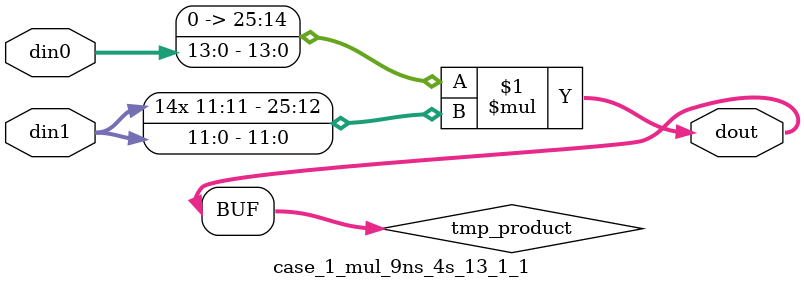
<source format=v>

`timescale 1 ns / 1 ps

 (* use_dsp = "no" *)  module case_1_mul_9ns_4s_13_1_1(din0, din1, dout);
parameter ID = 1;
parameter NUM_STAGE = 0;
parameter din0_WIDTH = 14;
parameter din1_WIDTH = 12;
parameter dout_WIDTH = 26;

input [din0_WIDTH - 1 : 0] din0; 
input [din1_WIDTH - 1 : 0] din1; 
output [dout_WIDTH - 1 : 0] dout;

wire signed [dout_WIDTH - 1 : 0] tmp_product;

























assign tmp_product = $signed({1'b0, din0}) * $signed(din1);










assign dout = tmp_product;





















endmodule

</source>
